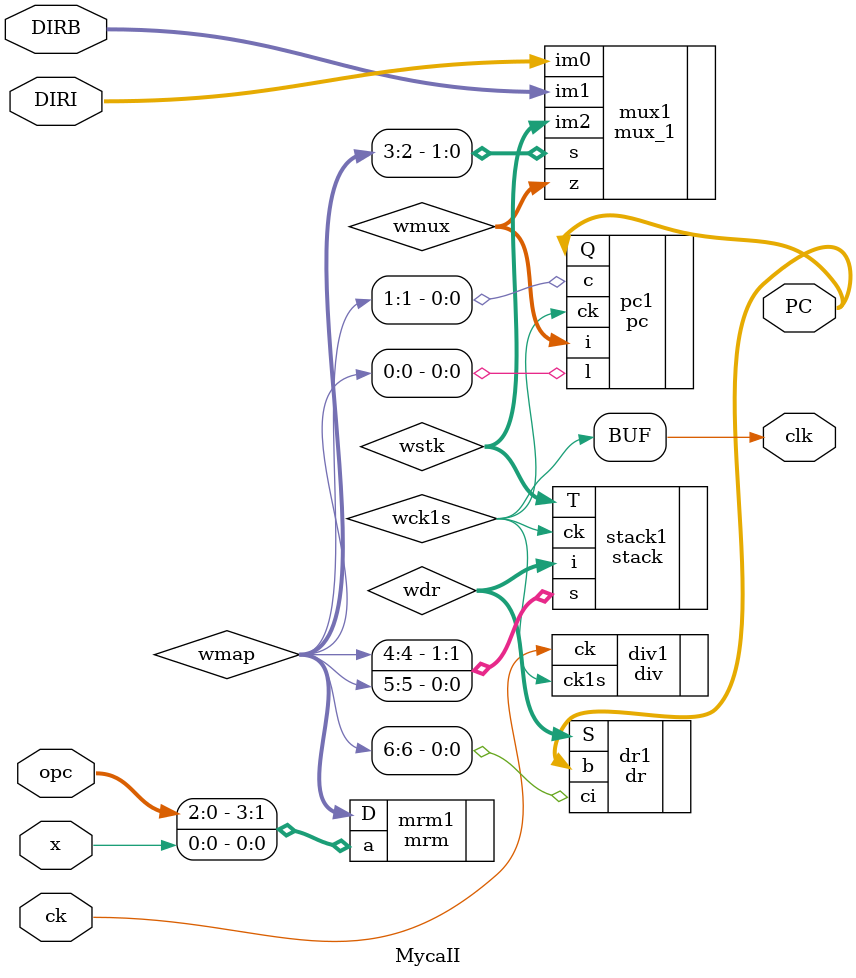
<source format=v>
module MycaII (ck, x, opc, DIRB, DIRI, PC, clk);

	input					ck;
	input 				x;
	input 	[2:0]		opc;
	input 	[7:0]		DIRB;
	input 	[7:0] 	DIRI;
	output	[7:0]		PC;
	output				clk;
	
	wire					wck1s;
	wire		[7:0]		wdr;
	wire 		[7:0]		wstk;
	wire 		[7:0]		wmux;
	wire		[6:0]		wmap;
	
	assign  	clk=wck1s;
	
	div		div1		(.ck(ck), .ck1s(wck1s));
	mrm 		mrm1		(.a({opc,x}),.D(wmap));
	dr 		dr1		(.b(PC), .ci(wmap[6]), .S(wdr));
	stack		stack1	(.ck(wck1s), .i(wdr), .s({wmap[4],wmap[5]}), .T(wstk));
	mux_1		mux1 		(.s(wmap[3:2]), .im0(DIRI), .im1(DIRB), .im2(wstk), .z(wmux));
	pc 		pc1		(.ck(wck1s), .c(wmap[1]), .l(wmap[0]), .i(wmux), .Q(PC));
	
	
endmodule
</source>
